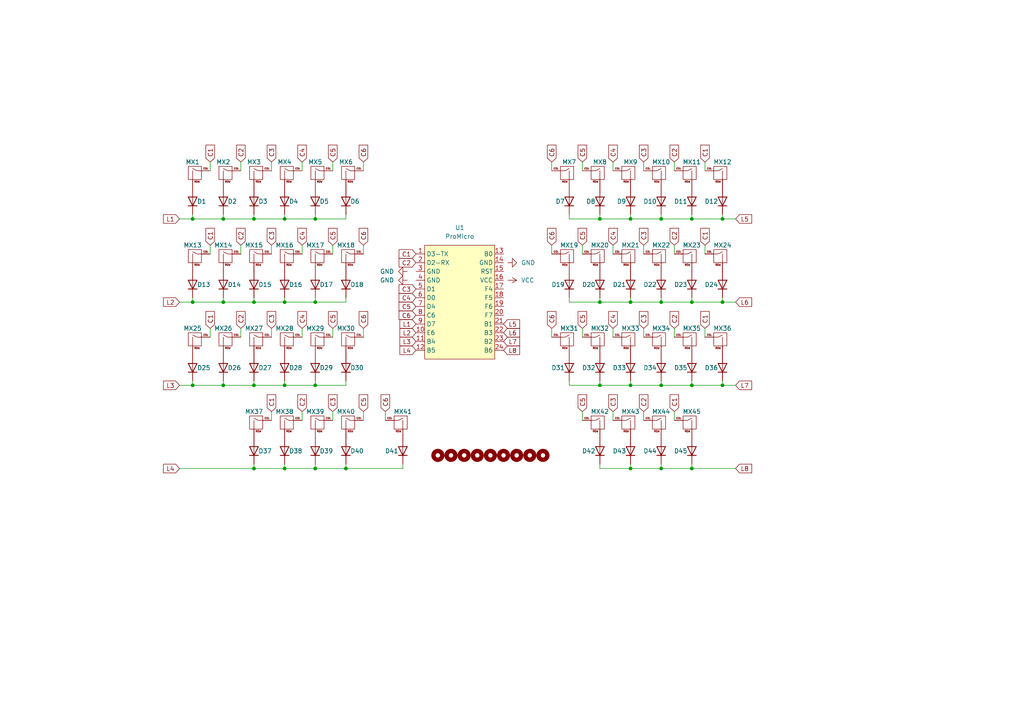
<source format=kicad_sch>
(kicad_sch (version 20230121) (generator eeschema)
  (paper "A4")
  (lib_symbols
    (symbol "Diode:1N4148" (pin_numbers hide) (pin_names hide)
      (property "Reference" "D" (at 0 2.54 0))
      (property "Value" "1N4148" (at 0 -2.54 0))
      (symbol "1N4148_0_1"
        (polyline (pts (xy -1.27 1.27) (xy -1.27 -1.27)) (stroke (width 0.254)))
        (polyline (pts (xy 1.27 0) (xy -1.27 0)))
        (polyline (pts (xy 1.27 1.27) (xy 1.27 -1.27) (xy -1.27 0) (xy 1.27 1.27)) (stroke (width 0.254)))
      )
      (symbol "1N4148_1_1"
        (pin passive line (at -3.81 0 0) (length 2.54) (name "K") (number "1"))
        (pin passive line (at 3.81 0 180) (length 2.54) (name "A") (number "2"))
      )
    )
    (symbol "Mechanical:MountingHole" (pin_names (offset 1.016))
      (property "Reference" "H" (at 0 5.08 0))
      (property "Value" "MountingHole" (at 0 3.175 0))
      (symbol "MountingHole_0_1"
        (circle (center 0 0) (radius 1.27) (stroke (width 1.27)))
      )
    )
    (symbol "PCM_0xcb:MX" (pin_names (offset 1.016))
      (property "Reference" "MX" (at -0.635 1.905 0))
      (property "Value" "MX" (at 0.635 0.635 0))
      (symbol "MX_1_0"
        (text "COL" (at 2.54 0.635 0) (effects (font (size 0.508 0.508))))
      )
      (symbol "MX_1_1"
        (polyline (pts (xy -1.27 -2.54) (xy -1.27 0)))
        (polyline (pts (xy 1.27 0) (xy 0 0) (xy -1.27 0.635)))
        (polyline (pts (xy -2.54 1.27) (xy 1.27 1.27) (xy 1.27 -2.54) (xy -2.54 -2.54) (xy -2.54 1.27)))
        (text "ROW" (at 0 -3.175 0) (effects (font (size 0.508 0.508))))
        (pin passive line (at 3.81 0 180) (length 2.54) (name "COL") (number "1"))
        (pin passive line (at -1.27 -5.08 90) (length 2.54) (name "ROW") (number "2"))
      )
    )
    (symbol "PCM_marbastlib-promicroish:Arduino_ProMicro" (in_bom no)
      (property "Reference" "U" (at 0 20.32 0))
      (property "Value" "ProMicro" (at 0 17.78 0))
      (symbol "Arduino_ProMicro_0_0"
        (pin bidirectional line (at -12.7 13.97 0) (length 2.54) (name "D3-TX") (number "1"))
        (pin bidirectional line (at -12.7 -8.89 0) (length 2.54) (name "E6") (number "10"))
        (pin bidirectional line (at -12.7 -11.43 0) (length 2.54) (name "B4") (number "11"))
        (pin bidirectional line (at -12.7 -13.97 0) (length 2.54) (name "B5") (number "12"))
        (pin power_out line (at 12.7 11.43 180) (length 2.54) (name "GND") (number "14"))
        (pin bidirectional line (at 12.7 8.89 180) (length 2.54) (name "RST") (number "15"))
        (pin bidirectional line (at 12.7 3.81 180) (length 2.54) (name "F4") (number "17"))
        (pin bidirectional line (at 12.7 1.27 180) (length 2.54) (name "F5") (number "18"))
        (pin bidirectional line (at 12.7 -1.27 180) (length 2.54) (name "F6") (number "19"))
        (pin bidirectional line (at -12.7 11.43 0) (length 2.54) (name "D2-RX") (number "2"))
        (pin bidirectional line (at 12.7 -3.81 180) (length 2.54) (name "F7") (number "20"))
        (pin bidirectional line (at 12.7 -6.35 180) (length 2.54) (name "B1") (number "21"))
        (pin bidirectional line (at 12.7 -8.89 180) (length 2.54) (name "B3") (number "22"))
        (pin bidirectional line (at 12.7 -11.43 180) (length 2.54) (name "B2") (number "23"))
        (pin bidirectional line (at 12.7 -13.97 180) (length 2.54) (name "B6") (number "24"))
        (pin power_out line (at -12.7 8.89 0) (length 2.54) (name "GND") (number "3"))
        (pin power_out line (at -12.7 6.35 0) (length 2.54) (name "GND") (number "4"))
        (pin bidirectional line (at -12.7 3.81 0) (length 2.54) (name "D1") (number "5"))
        (pin bidirectional line (at -12.7 1.27 0) (length 2.54) (name "D0") (number "6"))
        (pin bidirectional line (at -12.7 -1.27 0) (length 2.54) (name "D4") (number "7"))
        (pin bidirectional line (at -12.7 -3.81 0) (length 2.54) (name "C6") (number "8"))
        (pin bidirectional line (at -12.7 -6.35 0) (length 2.54) (name "D7") (number "9"))
      )
      (symbol "Arduino_ProMicro_1_0"
        (pin bidirectional line (at 12.7 13.97 180) (length 2.54) (name "B0") (number "13"))
        (pin power_out line (at 12.7 6.35 180) (length 2.54) (name "VCC") (number "16"))
      )
      (symbol "Arduino_ProMicro_1_1"
        (rectangle (start -10.16 16.51) (end 10.16 -16.51) (fill (type background)))
      )
    )
    (symbol "power:GND" (power) (pin_names (offset 0))
      (property "Value" "GND" (at 0 -3.81 0))
      (symbol "GND_0_1"
        (polyline (pts (xy 0 0) (xy 0 -1.27) (xy 1.27 -1.27) (xy 0 -2.54) (xy -1.27 -1.27) (xy 0 -1.27)))
      )
      (symbol "GND_1_1"
        (pin power_in line (at 0 0 270) (length 0) hide (name "GND") (number "1"))
      )
    )
    (symbol "power:VCC" (power) (pin_names (offset 0))
      (property "Value" "VCC" (at 0 3.81 0))
      (symbol "VCC_0_1"
        (polyline (pts (xy -0.762 1.27) (xy 0 2.54)))
        (polyline (pts (xy 0 0) (xy 0 2.54)))
        (polyline (pts (xy 0 2.54) (xy 0.762 1.27)))
      )
      (symbol "VCC_1_1"
        (pin power_in line (at 0 0 90) (length 0) hide (name "VCC") (number "1"))
      )
    )
  )
  (junction (at 82.55 111.76))
  (junction (at 191.77 87.63))
  (junction (at 82.55 63.5))
  (junction (at 73.66 111.76))
  (junction (at 82.55 87.63))
  (junction (at 200.66 63.5))
  (junction (at 73.66 87.63))
  (junction (at 91.44 135.89))
  (junction (at 191.77 111.76))
  (junction (at 191.77 135.89))
  (junction (at 55.88 111.76))
  (junction (at 73.66 63.5))
  (junction (at 64.77 111.76))
  (junction (at 200.66 87.63))
  (junction (at 64.77 87.63))
  (junction (at 73.66 135.89))
  (junction (at 91.44 111.76))
  (junction (at 82.55 135.89))
  (junction (at 200.66 135.89))
  (junction (at 182.88 135.89))
  (junction (at 91.44 63.5))
  (junction (at 173.99 111.76))
  (junction (at 173.99 63.5))
  (junction (at 209.55 63.5))
  (junction (at 64.77 63.5))
  (junction (at 100.33 135.89))
  (junction (at 182.88 63.5))
  (junction (at 182.88 87.63))
  (junction (at 182.88 111.76))
  (junction (at 191.77 63.5))
  (junction (at 209.55 111.76))
  (junction (at 55.88 63.5))
  (junction (at 55.88 87.63))
  (junction (at 91.44 87.63))
  (junction (at 209.55 87.63))
  (junction (at 200.66 111.76))
  (junction (at 173.99 87.63))
  (wire (pts (xy 200.66 87.63) (xy 191.77 87.63)))
  (wire (pts (xy 64.77 111.76) (xy 64.77 110.49)))
  (wire (pts (xy 96.52 46.99) (xy 96.52 49.53)))
  (wire (pts (xy 182.88 111.76) (xy 173.99 111.76)))
  (wire (pts (xy 91.44 87.63) (xy 91.44 86.36)))
  (wire (pts (xy 186.69 119.38) (xy 186.69 121.92)))
  (wire (pts (xy 177.8 119.38) (xy 177.8 121.92)))
  (wire (pts (xy 200.66 63.5) (xy 200.66 62.23)))
  (wire (pts (xy 173.99 63.5) (xy 165.1 63.5)))
  (wire (pts (xy 191.77 135.89) (xy 182.88 135.89)))
  (wire (pts (xy 100.33 111.76) (xy 100.33 110.49)))
  (wire (pts (xy 168.91 46.99) (xy 168.91 49.53)))
  (wire (pts (xy 209.55 63.5) (xy 200.66 63.5)))
  (wire (pts (xy 209.55 111.76) (xy 200.66 111.76)))
  (wire (pts (xy 177.8 46.99) (xy 177.8 49.53)))
  (wire (pts (xy 52.07 63.5) (xy 55.88 63.5)))
  (wire (pts (xy 195.58 95.25) (xy 195.58 97.79)))
  (wire (pts (xy 78.74 119.38) (xy 78.74 121.92)))
  (wire (pts (xy 195.58 46.99) (xy 195.58 49.53)))
  (wire (pts (xy 173.99 87.63) (xy 173.99 86.36)))
  (wire (pts (xy 55.88 111.76) (xy 55.88 110.49)))
  (wire (pts (xy 191.77 63.5) (xy 191.77 62.23)))
  (wire (pts (xy 82.55 111.76) (xy 91.44 111.76)))
  (wire (pts (xy 91.44 135.89) (xy 91.44 134.62)))
  (wire (pts (xy 55.88 87.63) (xy 55.88 86.36)))
  (wire (pts (xy 105.41 71.12) (xy 105.41 73.66)))
  (wire (pts (xy 78.74 95.25) (xy 78.74 97.79)))
  (wire (pts (xy 60.96 46.99) (xy 60.96 49.53)))
  (wire (pts (xy 191.77 87.63) (xy 191.77 86.36)))
  (wire (pts (xy 55.88 63.5) (xy 64.77 63.5)))
  (wire (pts (xy 73.66 87.63) (xy 82.55 87.63)))
  (wire (pts (xy 191.77 111.76) (xy 182.88 111.76)))
  (wire (pts (xy 82.55 63.5) (xy 82.55 62.23)))
  (wire (pts (xy 100.33 135.89) (xy 116.84 135.89)))
  (wire (pts (xy 82.55 135.89) (xy 91.44 135.89)))
  (wire (pts (xy 168.91 95.25) (xy 168.91 97.79)))
  (wire (pts (xy 69.85 71.12) (xy 69.85 73.66)))
  (wire (pts (xy 177.8 95.25) (xy 177.8 97.79)))
  (wire (pts (xy 55.88 63.5) (xy 55.88 62.23)))
  (wire (pts (xy 182.88 63.5) (xy 173.99 63.5)))
  (wire (pts (xy 78.74 71.12) (xy 78.74 73.66)))
  (wire (pts (xy 87.63 119.38) (xy 87.63 121.92)))
  (wire (pts (xy 73.66 63.5) (xy 82.55 63.5)))
  (wire (pts (xy 91.44 135.89) (xy 100.33 135.89)))
  (wire (pts (xy 195.58 71.12) (xy 195.58 73.66)))
  (wire (pts (xy 200.66 63.5) (xy 191.77 63.5)))
  (wire (pts (xy 64.77 87.63) (xy 64.77 86.36)))
  (wire (pts (xy 182.88 111.76) (xy 182.88 110.49)))
  (wire (pts (xy 173.99 111.76) (xy 173.99 110.49)))
  (wire (pts (xy 200.66 135.89) (xy 213.36 135.89)))
  (wire (pts (xy 73.66 87.63) (xy 73.66 86.36)))
  (wire (pts (xy 105.41 119.38) (xy 105.41 121.92)))
  (wire (pts (xy 204.47 46.99) (xy 204.47 49.53)))
  (wire (pts (xy 78.74 46.99) (xy 78.74 49.53)))
  (wire (pts (xy 173.99 135.89) (xy 173.99 134.62)))
  (wire (pts (xy 182.88 63.5) (xy 182.88 62.23)))
  (wire (pts (xy 209.55 63.5) (xy 209.55 62.23)))
  (wire (pts (xy 182.88 87.63) (xy 182.88 86.36)))
  (wire (pts (xy 60.96 95.25) (xy 60.96 97.79)))
  (wire (pts (xy 52.07 111.76) (xy 55.88 111.76)))
  (wire (pts (xy 64.77 63.5) (xy 64.77 62.23)))
  (wire (pts (xy 52.07 87.63) (xy 55.88 87.63)))
  (wire (pts (xy 160.02 95.25) (xy 160.02 97.79)))
  (wire (pts (xy 91.44 63.5) (xy 100.33 63.5)))
  (wire (pts (xy 182.88 135.89) (xy 182.88 134.62)))
  (wire (pts (xy 64.77 111.76) (xy 73.66 111.76)))
  (wire (pts (xy 173.99 87.63) (xy 165.1 87.63)))
  (wire (pts (xy 191.77 135.89) (xy 191.77 134.62)))
  (wire (pts (xy 160.02 46.99) (xy 160.02 49.53)))
  (wire (pts (xy 52.07 135.89) (xy 73.66 135.89)))
  (wire (pts (xy 213.36 111.76) (xy 209.55 111.76)))
  (wire (pts (xy 91.44 111.76) (xy 91.44 110.49)))
  (wire (pts (xy 209.55 87.63) (xy 200.66 87.63)))
  (wire (pts (xy 87.63 95.25) (xy 87.63 97.79)))
  (wire (pts (xy 165.1 111.76) (xy 165.1 110.49)))
  (wire (pts (xy 173.99 111.76) (xy 165.1 111.76)))
  (wire (pts (xy 105.41 46.99) (xy 105.41 49.53)))
  (wire (pts (xy 87.63 71.12) (xy 87.63 73.66)))
  (wire (pts (xy 186.69 71.12) (xy 186.69 73.66)))
  (wire (pts (xy 55.88 87.63) (xy 64.77 87.63)))
  (wire (pts (xy 191.77 111.76) (xy 191.77 110.49)))
  (wire (pts (xy 165.1 63.5) (xy 165.1 62.23)))
  (wire (pts (xy 100.33 63.5) (xy 100.33 62.23)))
  (wire (pts (xy 209.55 87.63) (xy 209.55 86.36)))
  (wire (pts (xy 82.55 87.63) (xy 82.55 86.36)))
  (wire (pts (xy 73.66 63.5) (xy 73.66 62.23)))
  (wire (pts (xy 200.66 87.63) (xy 200.66 86.36)))
  (wire (pts (xy 186.69 95.25) (xy 186.69 97.79)))
  (wire (pts (xy 168.91 71.12) (xy 168.91 73.66)))
  (wire (pts (xy 82.55 135.89) (xy 82.55 134.62)))
  (wire (pts (xy 87.63 46.99) (xy 87.63 49.53)))
  (wire (pts (xy 100.33 135.89) (xy 100.33 134.62)))
  (wire (pts (xy 100.33 87.63) (xy 100.33 86.36)))
  (wire (pts (xy 91.44 87.63) (xy 100.33 87.63)))
  (wire (pts (xy 204.47 71.12) (xy 204.47 73.66)))
  (wire (pts (xy 73.66 111.76) (xy 73.66 110.49)))
  (wire (pts (xy 160.02 71.12) (xy 160.02 73.66)))
  (wire (pts (xy 82.55 63.5) (xy 91.44 63.5)))
  (wire (pts (xy 64.77 87.63) (xy 73.66 87.63)))
  (wire (pts (xy 69.85 46.99) (xy 69.85 49.53)))
  (wire (pts (xy 82.55 87.63) (xy 91.44 87.63)))
  (wire (pts (xy 177.8 71.12) (xy 177.8 73.66)))
  (wire (pts (xy 191.77 63.5) (xy 182.88 63.5)))
  (wire (pts (xy 60.96 71.12) (xy 60.96 73.66)))
  (wire (pts (xy 96.52 71.12) (xy 96.52 73.66)))
  (wire (pts (xy 64.77 63.5) (xy 73.66 63.5)))
  (wire (pts (xy 73.66 135.89) (xy 73.66 134.62)))
  (wire (pts (xy 168.91 119.38) (xy 168.91 121.92)))
  (wire (pts (xy 91.44 63.5) (xy 91.44 62.23)))
  (wire (pts (xy 195.58 119.38) (xy 195.58 121.92)))
  (wire (pts (xy 105.41 95.25) (xy 105.41 97.79)))
  (wire (pts (xy 200.66 135.89) (xy 200.66 134.62)))
  (wire (pts (xy 213.36 63.5) (xy 209.55 63.5)))
  (wire (pts (xy 111.76 119.38) (xy 111.76 121.92)))
  (wire (pts (xy 182.88 135.89) (xy 173.99 135.89)))
  (wire (pts (xy 200.66 135.89) (xy 191.77 135.89)))
  (wire (pts (xy 116.84 135.89) (xy 116.84 134.62)))
  (wire (pts (xy 200.66 111.76) (xy 200.66 110.49)))
  (wire (pts (xy 186.69 46.99) (xy 186.69 49.53)))
  (wire (pts (xy 165.1 87.63) (xy 165.1 86.36)))
  (wire (pts (xy 213.36 87.63) (xy 209.55 87.63)))
  (wire (pts (xy 73.66 135.89) (xy 82.55 135.89)))
  (wire (pts (xy 96.52 119.38) (xy 96.52 121.92)))
  (wire (pts (xy 69.85 95.25) (xy 69.85 97.79)))
  (wire (pts (xy 200.66 111.76) (xy 191.77 111.76)))
  (wire (pts (xy 96.52 95.25) (xy 96.52 97.79)))
  (wire (pts (xy 82.55 111.76) (xy 82.55 110.49)))
  (wire (pts (xy 191.77 87.63) (xy 182.88 87.63)))
  (wire (pts (xy 182.88 87.63) (xy 173.99 87.63)))
  (wire (pts (xy 55.88 111.76) (xy 64.77 111.76)))
  (wire (pts (xy 209.55 111.76) (xy 209.55 110.49)))
  (wire (pts (xy 204.47 95.25) (xy 204.47 97.79)))
  (wire (pts (xy 73.66 111.76) (xy 82.55 111.76)))
  (wire (pts (xy 173.99 63.5) (xy 173.99 62.23)))
  (wire (pts (xy 91.44 111.76) (xy 100.33 111.76)))
  (global_label "C2" (shape input) (at 195.58 46.99 90) (property "Intersheetrefs" "${INTERSHEET_REFS}" (effects hide)))
  (global_label "C1" (shape input) (at 120.65 73.66 180) (property "Intersheetrefs" "${INTERSHEET_REFS}" (effects hide)))
  (global_label "C5" (shape input) (at 96.52 46.99 90) (property "Intersheetrefs" "${INTERSHEET_REFS}" (effects hide)))
  (global_label "C6" (shape input) (at 105.41 71.12 90) (property "Intersheetrefs" "${INTERSHEET_REFS}" (effects hide)))
  (global_label "C2" (shape input) (at 69.85 95.25 90) (property "Intersheetrefs" "${INTERSHEET_REFS}" (effects hide)))
  (global_label "L1" (shape input) (at 120.65 93.98 180) (property "Intersheetrefs" "${INTERSHEET_REFS}" (effects hide)))
  (global_label "C6" (shape input) (at 105.41 46.99 90) (property "Intersheetrefs" "${INTERSHEET_REFS}" (effects hide)))
  (global_label "C1" (shape input) (at 60.96 46.99 90) (property "Intersheetrefs" "${INTERSHEET_REFS}" (effects hide)))
  (global_label "L7" (shape input) (at 146.05 99.06 0) (property "Intersheetrefs" "${INTERSHEET_REFS}" (effects hide)))
  (global_label "C1" (shape input) (at 195.58 119.38 90) (property "Intersheetrefs" "${INTERSHEET_REFS}" (effects hide)))
  (global_label "C3" (shape input) (at 186.69 46.99 90) (property "Intersheetrefs" "${INTERSHEET_REFS}" (effects hide)))
  (global_label "C5" (shape input) (at 120.65 88.9 180) (property "Intersheetrefs" "${INTERSHEET_REFS}" (effects hide)))
  (global_label "C3" (shape input) (at 186.69 71.12 90) (property "Intersheetrefs" "${INTERSHEET_REFS}" (effects hide)))
  (global_label "C1" (shape input) (at 204.47 95.25 90) (property "Intersheetrefs" "${INTERSHEET_REFS}" (effects hide)))
  (global_label "C4" (shape input) (at 87.63 95.25 90) (property "Intersheetrefs" "${INTERSHEET_REFS}" (effects hide)))
  (global_label "C2" (shape input) (at 87.63 119.38 90) (property "Intersheetrefs" "${INTERSHEET_REFS}" (effects hide)))
  (global_label "C2" (shape input) (at 69.85 46.99 90) (property "Intersheetrefs" "${INTERSHEET_REFS}" (effects hide)))
  (global_label "C3" (shape input) (at 78.74 71.12 90) (property "Intersheetrefs" "${INTERSHEET_REFS}" (effects hide)))
  (global_label "L4" (shape input) (at 120.65 101.6 180) (property "Intersheetrefs" "${INTERSHEET_REFS}" (effects hide)))
  (global_label "L2" (shape input) (at 52.07 87.63 180) (property "Intersheetrefs" "${INTERSHEET_REFS}" (effects hide)))
  (global_label "L3" (shape input) (at 120.65 99.06 180) (property "Intersheetrefs" "${INTERSHEET_REFS}" (effects hide)))
  (global_label "C2" (shape input) (at 120.65 76.2 180) (property "Intersheetrefs" "${INTERSHEET_REFS}" (effects hide)))
  (global_label "C5" (shape input) (at 168.91 71.12 90) (property "Intersheetrefs" "${INTERSHEET_REFS}" (effects hide)))
  (global_label "L6" (shape input) (at 146.05 96.52 0) (property "Intersheetrefs" "${INTERSHEET_REFS}" (effects hide)))
  (global_label "C4" (shape input) (at 87.63 71.12 90) (property "Intersheetrefs" "${INTERSHEET_REFS}" (effects hide)))
  (global_label "C3" (shape input) (at 120.65 83.82 180) (property "Intersheetrefs" "${INTERSHEET_REFS}" (effects hide)))
  (global_label "L3" (shape input) (at 52.07 111.76 180) (property "Intersheetrefs" "${INTERSHEET_REFS}" (effects hide)))
  (global_label "C1" (shape input) (at 78.74 119.38 90) (property "Intersheetrefs" "${INTERSHEET_REFS}" (effects hide)))
  (global_label "L5" (shape input) (at 213.36 63.5 0) (property "Intersheetrefs" "${INTERSHEET_REFS}" (effects hide)))
  (global_label "C5" (shape input) (at 96.52 71.12 90) (property "Intersheetrefs" "${INTERSHEET_REFS}" (effects hide)))
  (global_label "C5" (shape input) (at 168.91 95.25 90) (property "Intersheetrefs" "${INTERSHEET_REFS}" (effects hide)))
  (global_label "C4" (shape input) (at 120.65 86.36 180) (property "Intersheetrefs" "${INTERSHEET_REFS}" (effects hide)))
  (global_label "C3" (shape input) (at 177.8 119.38 90) (property "Intersheetrefs" "${INTERSHEET_REFS}" (effects hide)))
  (global_label "C1" (shape input) (at 60.96 71.12 90) (property "Intersheetrefs" "${INTERSHEET_REFS}" (effects hide)))
  (global_label "C6" (shape input) (at 160.02 46.99 90) (property "Intersheetrefs" "${INTERSHEET_REFS}" (effects hide)))
  (global_label "C5" (shape input) (at 168.91 119.38 90) (property "Intersheetrefs" "${INTERSHEET_REFS}" (effects hide)))
  (global_label "C3" (shape input) (at 78.74 46.99 90) (property "Intersheetrefs" "${INTERSHEET_REFS}" (effects hide)))
  (global_label "C6" (shape input) (at 105.41 95.25 90) (property "Intersheetrefs" "${INTERSHEET_REFS}" (effects hide)))
  (global_label "C4" (shape input) (at 87.63 46.99 90) (property "Intersheetrefs" "${INTERSHEET_REFS}" (effects hide)))
  (global_label "L5" (shape input) (at 146.05 93.98 0) (property "Intersheetrefs" "${INTERSHEET_REFS}" (effects hide)))
  (global_label "C1" (shape input) (at 204.47 46.99 90) (property "Intersheetrefs" "${INTERSHEET_REFS}" (effects hide)))
  (global_label "C3" (shape input) (at 186.69 95.25 90) (property "Intersheetrefs" "${INTERSHEET_REFS}" (effects hide)))
  (global_label "L8" (shape input) (at 146.05 101.6 0) (property "Intersheetrefs" "${INTERSHEET_REFS}" (effects hide)))
  (global_label "L7" (shape input) (at 213.36 111.76 0) (property "Intersheetrefs" "${INTERSHEET_REFS}" (effects hide)))
  (global_label "C3" (shape input) (at 96.52 119.38 90) (property "Intersheetrefs" "${INTERSHEET_REFS}" (effects hide)))
  (global_label "L1" (shape input) (at 52.07 63.5 180) (property "Intersheetrefs" "${INTERSHEET_REFS}" (effects hide)))
  (global_label "C4" (shape input) (at 177.8 71.12 90) (property "Intersheetrefs" "${INTERSHEET_REFS}" (effects hide)))
  (global_label "C6" (shape input) (at 120.65 91.44 180) (property "Intersheetrefs" "${INTERSHEET_REFS}" (effects hide)))
  (global_label "C5" (shape input) (at 96.52 95.25 90) (property "Intersheetrefs" "${INTERSHEET_REFS}" (effects hide)))
  (global_label "C1" (shape input) (at 60.96 95.25 90) (property "Intersheetrefs" "${INTERSHEET_REFS}" (effects hide)))
  (global_label "L6" (shape input) (at 213.36 87.63 0) (property "Intersheetrefs" "${INTERSHEET_REFS}" (effects hide)))
  (global_label "C6" (shape input) (at 160.02 71.12 90) (property "Intersheetrefs" "${INTERSHEET_REFS}" (effects hide)))
  (global_label "C3" (shape input) (at 78.74 95.25 90) (property "Intersheetrefs" "${INTERSHEET_REFS}" (effects hide)))
  (global_label "C2" (shape input) (at 69.85 71.12 90) (property "Intersheetrefs" "${INTERSHEET_REFS}" (effects hide)))
  (global_label "L4" (shape input) (at 52.07 135.89 180) (property "Intersheetrefs" "${INTERSHEET_REFS}" (effects hide)))
  (global_label "L8" (shape input) (at 213.36 135.89 0) (property "Intersheetrefs" "${INTERSHEET_REFS}" (effects hide)))
  (global_label "C4" (shape input) (at 177.8 46.99 90) (property "Intersheetrefs" "${INTERSHEET_REFS}" (effects hide)))
  (global_label "C6" (shape input) (at 160.02 95.25 90) (property "Intersheetrefs" "${INTERSHEET_REFS}" (effects hide)))
  (global_label "C5" (shape input) (at 168.91 46.99 90) (property "Intersheetrefs" "${INTERSHEET_REFS}" (effects hide)))
  (global_label "C2" (shape input) (at 195.58 71.12 90) (property "Intersheetrefs" "${INTERSHEET_REFS}" (effects hide)))
  (global_label "C6" (shape input) (at 111.76 119.38 90) (property "Intersheetrefs" "${INTERSHEET_REFS}" (effects hide)))
  (global_label "C5" (shape input) (at 105.41 119.38 90) (property "Intersheetrefs" "${INTERSHEET_REFS}" (effects hide)))
  (global_label "C2" (shape input) (at 186.69 119.38 90) (property "Intersheetrefs" "${INTERSHEET_REFS}" (effects hide)))
  (global_label "C4" (shape input) (at 177.8 95.25 90) (property "Intersheetrefs" "${INTERSHEET_REFS}" (effects hide)))
  (global_label "L2" (shape input) (at 120.65 96.52 180) (property "Intersheetrefs" "${INTERSHEET_REFS}" (effects hide)))
  (global_label "C1" (shape input) (at 204.47 71.12 90) (property "Intersheetrefs" "${INTERSHEET_REFS}" (effects hide)))
  (global_label "C2" (shape input) (at 195.58 95.25 90) (property "Intersheetrefs" "${INTERSHEET_REFS}" (effects hide)))
  (symbol (lib_id "Diode:1N4148") (at 165.1 106.68 270) (mirror x) (unit 1)
    (property "Reference" "D31" (at 163.83 106.68 90) (effects (justify right)))
    (property "Value" "1N4148" (effects hide))
    (property "Footprint" "Diode_THT:D_DO-35_SOD27_P7.62mm_Horizontal" (effects hide))
    (property "Datasheet" "https://assets.nexperia.com/documents/data-sheet/1N4148_1N4448.pdf" (effects hide))
    (property "Sim.Device" "D" (effects hide))
    (property "Sim.Pins" "1=K 2=A" (effects hide))
  )
  (symbol (lib_id "Mechanical:MountingHole") (at 130.81 132.08 0) (unit 1)
    (property "Reference" "H2" (effects hide))
    (property "Value" "MountingHole" (effects hide))
    (property "Footprint" "MountingHole:MountingHole_2.2mm_M2" (effects hide))
  )
  (symbol (lib_id "power:GND") (at 118.11 78.74 270) (unit 1)
    (property "Reference" "#PWR03" (effects hide))
    (property "Value" "GND" (at 114.3 78.74 90) (effects (justify right)))
  )
  (symbol (lib_id "PCM_0xcb:MX") (at 92.71 49.53 0) (unit 1)
    (property "Reference" "MX5" (at 91.44 46.99 0))
    (property "Value" "MX" (effects hide))
    (property "Footprint" "_mx:MX-Alps-Hybrid-1U" (effects hide))
  )
  (symbol (lib_id "Diode:1N4148") (at 200.66 106.68 270) (mirror x) (unit 1)
    (property "Reference" "D35" (at 199.39 106.68 90) (effects (justify right)))
    (property "Value" "1N4148" (effects hide))
    (property "Footprint" "Diode_THT:D_DO-35_SOD27_P7.62mm_Horizontal" (effects hide))
    (property "Datasheet" "https://assets.nexperia.com/documents/data-sheet/1N4148_1N4448.pdf" (effects hide))
    (property "Sim.Device" "D" (effects hide))
    (property "Sim.Pins" "1=K 2=A" (effects hide))
  )
  (symbol (lib_id "Diode:1N4148") (at 100.33 58.42 90) (unit 1)
    (property "Reference" "D6" (at 101.6 58.42 90) (effects (justify right)))
    (property "Value" "1N4148" (effects hide))
    (property "Footprint" "Diode_THT:D_DO-35_SOD27_P7.62mm_Horizontal" (effects hide))
    (property "Datasheet" "https://assets.nexperia.com/documents/data-sheet/1N4148_1N4448.pdf" (effects hide))
    (property "Sim.Device" "D" (effects hide))
    (property "Sim.Pins" "1=K 2=A" (effects hide))
  )
  (symbol (lib_id "Diode:1N4148") (at 182.88 130.81 270) (mirror x) (unit 1)
    (property "Reference" "D43" (at 181.61 130.81 90) (effects (justify right)))
    (property "Value" "1N4148" (effects hide))
    (property "Footprint" "Diode_THT:D_DO-35_SOD27_P7.62mm_Horizontal" (effects hide))
    (property "Datasheet" "https://assets.nexperia.com/documents/data-sheet/1N4148_1N4448.pdf" (effects hide))
    (property "Sim.Device" "D" (effects hide))
    (property "Sim.Pins" "1=K 2=A" (effects hide))
  )
  (symbol (lib_id "Diode:1N4148") (at 200.66 130.81 270) (mirror x) (unit 1)
    (property "Reference" "D45" (at 199.39 130.81 90) (effects (justify right)))
    (property "Value" "1N4148" (effects hide))
    (property "Footprint" "Diode_THT:D_DO-35_SOD27_P7.62mm_Horizontal" (effects hide))
    (property "Datasheet" "https://assets.nexperia.com/documents/data-sheet/1N4148_1N4448.pdf" (effects hide))
    (property "Sim.Device" "D" (effects hide))
    (property "Sim.Pins" "1=K 2=A" (effects hide))
  )
  (symbol (lib_id "Diode:1N4148") (at 173.99 130.81 270) (mirror x) (unit 1)
    (property "Reference" "D42" (at 172.72 130.81 90) (effects (justify right)))
    (property "Value" "1N4148" (effects hide))
    (property "Footprint" "Diode_THT:D_DO-35_SOD27_P7.62mm_Horizontal" (effects hide))
    (property "Datasheet" "https://assets.nexperia.com/documents/data-sheet/1N4148_1N4448.pdf" (effects hide))
    (property "Sim.Device" "D" (effects hide))
    (property "Sim.Pins" "1=K 2=A" (effects hide))
  )
  (symbol (lib_id "PCM_0xcb:MX") (at 181.61 97.79 0) (mirror y) (unit 1)
    (property "Reference" "MX33" (at 182.88 95.25 0))
    (property "Value" "MX" (effects hide))
    (property "Footprint" "_mx:MX-Alps-Hybrid-1U" (effects hide))
  )
  (symbol (lib_id "PCM_0xcb:MX") (at 181.61 49.53 0) (mirror y) (unit 1)
    (property "Reference" "MX9" (at 182.88 46.99 0))
    (property "Value" "MX" (effects hide))
    (property "Footprint" "_mx:MX-Alps-Hybrid-1U" (effects hide))
  )
  (symbol (lib_id "PCM_0xcb:MX") (at 83.82 97.79 0) (unit 1)
    (property "Reference" "MX28" (at 82.55 95.25 0))
    (property "Value" "MX" (effects hide))
    (property "Footprint" "_mx:MX-Alps-Hybrid-1U" (effects hide))
  )
  (symbol (lib_id "Diode:1N4148") (at 64.77 58.42 90) (unit 1)
    (property "Reference" "D2" (at 66.04 58.42 90) (effects (justify right)))
    (property "Value" "1N4148" (effects hide))
    (property "Footprint" "Diode_THT:D_DO-35_SOD27_P7.62mm_Horizontal" (effects hide))
    (property "Datasheet" "https://assets.nexperia.com/documents/data-sheet/1N4148_1N4448.pdf" (effects hide))
    (property "Sim.Device" "D" (effects hide))
    (property "Sim.Pins" "1=K 2=A" (effects hide))
  )
  (symbol (lib_id "PCM_0xcb:MX") (at 74.93 73.66 0) (unit 1)
    (property "Reference" "MX15" (at 73.66 71.12 0))
    (property "Value" "MX" (effects hide))
    (property "Footprint" "_mx:MX-Alps-Hybrid-1U" (effects hide))
  )
  (symbol (lib_id "PCM_0xcb:MX") (at 163.83 73.66 0) (mirror y) (unit 1)
    (property "Reference" "MX19" (at 165.1 71.12 0))
    (property "Value" "MX" (effects hide))
    (property "Footprint" "_mx:MX-Alps-Hybrid-1U" (effects hide))
  )
  (symbol (lib_id "PCM_0xcb:MX") (at 66.04 49.53 0) (unit 1)
    (property "Reference" "MX2" (at 64.77 46.99 0))
    (property "Value" "MX" (effects hide))
    (property "Footprint" "_mx:MX-Alps-Hybrid-1U" (effects hide))
  )
  (symbol (lib_id "PCM_0xcb:MX") (at 57.15 73.66 0) (unit 1)
    (property "Reference" "MX13" (at 55.88 71.12 0))
    (property "Value" "MX" (effects hide))
    (property "Footprint" "_mx:MX-Alps-Hybrid-1.25U" (effects hide))
  )
  (symbol (lib_id "Diode:1N4148") (at 173.99 106.68 270) (mirror x) (unit 1)
    (property "Reference" "D32" (at 172.72 106.68 90) (effects (justify right)))
    (property "Value" "1N4148" (effects hide))
    (property "Footprint" "Diode_THT:D_DO-35_SOD27_P7.62mm_Horizontal" (effects hide))
    (property "Datasheet" "https://assets.nexperia.com/documents/data-sheet/1N4148_1N4448.pdf" (effects hide))
    (property "Sim.Device" "D" (effects hide))
    (property "Sim.Pins" "1=K 2=A" (effects hide))
  )
  (symbol (lib_id "Diode:1N4148") (at 82.55 106.68 90) (unit 1)
    (property "Reference" "D28" (at 83.82 106.68 90) (effects (justify right)))
    (property "Value" "1N4148" (effects hide))
    (property "Footprint" "Diode_THT:D_DO-35_SOD27_P7.62mm_Horizontal" (effects hide))
    (property "Datasheet" "https://assets.nexperia.com/documents/data-sheet/1N4148_1N4448.pdf" (effects hide))
    (property "Sim.Device" "D" (effects hide))
    (property "Sim.Pins" "1=K 2=A" (effects hide))
  )
  (symbol (lib_id "Diode:1N4148") (at 82.55 82.55 90) (unit 1)
    (property "Reference" "D16" (at 83.82 82.55 90) (effects (justify right)))
    (property "Value" "1N4148" (effects hide))
    (property "Footprint" "Diode_THT:D_DO-35_SOD27_P7.62mm_Horizontal" (effects hide))
    (property "Datasheet" "https://assets.nexperia.com/documents/data-sheet/1N4148_1N4448.pdf" (effects hide))
    (property "Sim.Device" "D" (effects hide))
    (property "Sim.Pins" "1=K 2=A" (effects hide))
  )
  (symbol (lib_id "PCM_0xcb:MX") (at 57.15 49.53 0) (unit 1)
    (property "Reference" "MX1" (at 55.88 46.99 0))
    (property "Value" "MX" (effects hide))
    (property "Footprint" "_mx:MX-Alps-Hybrid-1U" (effects hide))
  )
  (symbol (lib_id "Diode:1N4148") (at 73.66 58.42 90) (unit 1)
    (property "Reference" "D3" (at 74.93 58.42 90) (effects (justify right)))
    (property "Value" "1N4148" (effects hide))
    (property "Footprint" "Diode_THT:D_DO-35_SOD27_P7.62mm_Horizontal" (effects hide))
    (property "Datasheet" "https://assets.nexperia.com/documents/data-sheet/1N4148_1N4448.pdf" (effects hide))
    (property "Sim.Device" "D" (effects hide))
    (property "Sim.Pins" "1=K 2=A" (effects hide))
  )
  (symbol (lib_id "PCM_0xcb:MX") (at 208.28 97.79 0) (mirror y) (unit 1)
    (property "Reference" "MX36" (at 209.55 95.25 0))
    (property "Value" "MX" (effects hide))
    (property "Footprint" "_mx:MX-Alps-Hybrid-1.25U" (effects hide))
  )
  (symbol (lib_id "PCM_0xcb:MX") (at 172.72 97.79 0) (mirror y) (unit 1)
    (property "Reference" "MX32" (at 173.99 95.25 0))
    (property "Value" "MX" (effects hide))
    (property "Footprint" "_mx:MX-Alps-Hybrid-1U" (effects hide))
  )
  (symbol (lib_id "Mechanical:MountingHole") (at 127 132.08 0) (unit 1)
    (property "Reference" "H1" (effects hide))
    (property "Value" "MountingHole" (effects hide))
    (property "Footprint" "MountingHole:MountingHole_2.2mm_M2" (effects hide))
  )
  (symbol (lib_id "PCM_0xcb:MX") (at 199.39 73.66 0) (mirror y) (unit 1)
    (property "Reference" "MX23" (at 200.66 71.12 0))
    (property "Value" "MX" (effects hide))
    (property "Footprint" "_mx:MX-Alps-Hybrid-1U" (effects hide))
  )
  (symbol (lib_id "PCM_0xcb:MX") (at 101.6 97.79 0) (unit 1)
    (property "Reference" "MX30" (at 100.33 95.25 0))
    (property "Value" "MX" (effects hide))
    (property "Footprint" "_mx:MX-Alps-Hybrid-1U" (effects hide))
  )
  (symbol (lib_id "Mechanical:MountingHole") (at 142.24 132.08 0) (unit 1)
    (property "Reference" "H5" (effects hide))
    (property "Value" "MountingHole" (effects hide))
    (property "Footprint" "MountingHole:MountingHole_2.2mm_M2" (effects hide))
  )
  (symbol (lib_id "Diode:1N4148") (at 91.44 130.81 90) (unit 1)
    (property "Reference" "D39" (at 92.71 130.81 90) (effects (justify right)))
    (property "Value" "1N4148" (effects hide))
    (property "Footprint" "Diode_THT:D_DO-35_SOD27_P7.62mm_Horizontal" (effects hide))
    (property "Datasheet" "https://assets.nexperia.com/documents/data-sheet/1N4148_1N4448.pdf" (effects hide))
    (property "Sim.Device" "D" (effects hide))
    (property "Sim.Pins" "1=K 2=A" (effects hide))
  )
  (symbol (lib_id "Diode:1N4148") (at 191.77 58.42 270) (mirror x) (unit 1)
    (property "Reference" "D10" (at 190.5 58.42 90) (effects (justify right)))
    (property "Value" "1N4148" (effects hide))
    (property "Footprint" "Diode_THT:D_DO-35_SOD27_P7.62mm_Horizontal" (effects hide))
    (property "Datasheet" "https://assets.nexperia.com/documents/data-sheet/1N4148_1N4448.pdf" (effects hide))
    (property "Sim.Device" "D" (effects hide))
    (property "Sim.Pins" "1=K 2=A" (effects hide))
  )
  (symbol (lib_id "Diode:1N4148") (at 200.66 82.55 270) (mirror x) (unit 1)
    (property "Reference" "D23" (at 199.39 82.55 90) (effects (justify right)))
    (property "Value" "1N4148" (effects hide))
    (property "Footprint" "Diode_THT:D_DO-35_SOD27_P7.62mm_Horizontal" (effects hide))
    (property "Datasheet" "https://assets.nexperia.com/documents/data-sheet/1N4148_1N4448.pdf" (effects hide))
    (property "Sim.Device" "D" (effects hide))
    (property "Sim.Pins" "1=K 2=A" (effects hide))
  )
  (symbol (lib_id "Diode:1N4148") (at 209.55 106.68 270) (mirror x) (unit 1)
    (property "Reference" "D36" (at 208.28 106.68 90) (effects (justify right)))
    (property "Value" "1N4148" (effects hide))
    (property "Footprint" "Diode_THT:D_DO-35_SOD27_P7.62mm_Horizontal" (effects hide))
    (property "Datasheet" "https://assets.nexperia.com/documents/data-sheet/1N4148_1N4448.pdf" (effects hide))
    (property "Sim.Device" "D" (effects hide))
    (property "Sim.Pins" "1=K 2=A" (effects hide))
  )
  (symbol (lib_id "power:GND") (at 147.32 76.2 90) (unit 1)
    (property "Reference" "#PWR02" (effects hide))
    (property "Value" "GND" (at 151.13 76.2 90) (effects (justify right)))
  )
  (symbol (lib_id "PCM_0xcb:MX") (at 101.6 121.92 0) (unit 1)
    (property "Reference" "MX40" (at 100.33 119.38 0))
    (property "Value" "MX" (effects hide))
    (property "Footprint" "_mx:MX-Alps-Hybrid-1.5U" (effects hide))
  )
  (symbol (lib_id "PCM_0xcb:MX") (at 83.82 73.66 0) (unit 1)
    (property "Reference" "MX16" (at 82.55 71.12 0))
    (property "Value" "MX" (effects hide))
    (property "Footprint" "_mx:MX-Alps-Hybrid-1U" (effects hide))
  )
  (symbol (lib_id "PCM_0xcb:MX") (at 163.83 49.53 0) (mirror y) (unit 1)
    (property "Reference" "MX7" (at 165.1 46.99 0))
    (property "Value" "MX" (effects hide))
    (property "Footprint" "_mx:MX-Alps-Hybrid-1U" (effects hide))
  )
  (symbol (lib_id "Diode:1N4148") (at 191.77 130.81 270) (mirror x) (unit 1)
    (property "Reference" "D44" (at 190.5 130.81 90) (effects (justify right)))
    (property "Value" "1N4148" (effects hide))
    (property "Footprint" "Diode_THT:D_DO-35_SOD27_P7.62mm_Horizontal" (effects hide))
    (property "Datasheet" "https://assets.nexperia.com/documents/data-sheet/1N4148_1N4448.pdf" (effects hide))
    (property "Sim.Device" "D" (effects hide))
    (property "Sim.Pins" "1=K 2=A" (effects hide))
  )
  (symbol (lib_id "Mechanical:MountingHole") (at 146.05 132.08 0) (unit 1)
    (property "Reference" "H6" (effects hide))
    (property "Value" "MountingHole" (effects hide))
    (property "Footprint" "MountingHole:MountingHole_2.2mm_M2" (effects hide))
  )
  (symbol (lib_id "Diode:1N4148") (at 100.33 130.81 90) (unit 1)
    (property "Reference" "D40" (at 101.6 130.81 90) (effects (justify right)))
    (property "Value" "1N4148" (effects hide))
    (property "Footprint" "Diode_THT:D_DO-35_SOD27_P7.62mm_Horizontal" (effects hide))
    (property "Datasheet" "https://assets.nexperia.com/documents/data-sheet/1N4148_1N4448.pdf" (effects hide))
    (property "Sim.Device" "D" (effects hide))
    (property "Sim.Pins" "1=K 2=A" (effects hide))
  )
  (symbol (lib_id "PCM_0xcb:MX") (at 92.71 121.92 0) (unit 1)
    (property "Reference" "MX39" (at 91.44 119.38 0))
    (property "Value" "MX" (effects hide))
    (property "Footprint" "_mx:MX-Alps-Hybrid-1.25U" (effects hide))
  )
  (symbol (lib_id "PCM_0xcb:MX") (at 101.6 49.53 0) (unit 1)
    (property "Reference" "MX6" (at 100.33 46.99 0))
    (property "Value" "MX" (effects hide))
    (property "Footprint" "_mx:MX-Alps-Hybrid-1U" (effects hide))
  )
  (symbol (lib_id "Diode:1N4148") (at 73.66 106.68 90) (unit 1)
    (property "Reference" "D27" (at 74.93 106.68 90) (effects (justify right)))
    (property "Value" "1N4148" (effects hide))
    (property "Footprint" "Diode_THT:D_DO-35_SOD27_P7.62mm_Horizontal" (effects hide))
    (property "Datasheet" "https://assets.nexperia.com/documents/data-sheet/1N4148_1N4448.pdf" (effects hide))
    (property "Sim.Device" "D" (effects hide))
    (property "Sim.Pins" "1=K 2=A" (effects hide))
  )
  (symbol (lib_id "PCM_0xcb:MX") (at 92.71 97.79 0) (unit 1)
    (property "Reference" "MX29" (at 91.44 95.25 0))
    (property "Value" "MX" (effects hide))
    (property "Footprint" "_mx:MX-Alps-Hybrid-1U" (effects hide))
  )
  (symbol (lib_id "Diode:1N4148") (at 116.84 130.81 270) (mirror x) (unit 1)
    (property "Reference" "D41" (at 115.57 130.81 90) (effects (justify right)))
    (property "Value" "1N4148" (effects hide))
    (property "Footprint" "Diode_THT:D_DO-35_SOD27_P7.62mm_Horizontal" (effects hide))
    (property "Datasheet" "https://assets.nexperia.com/documents/data-sheet/1N4148_1N4448.pdf" (effects hide))
    (property "Sim.Device" "D" (effects hide))
    (property "Sim.Pins" "1=K 2=A" (effects hide))
  )
  (symbol (lib_id "Diode:1N4148") (at 91.44 82.55 90) (unit 1)
    (property "Reference" "D17" (at 92.71 82.55 90) (effects (justify right)))
    (property "Value" "1N4148" (effects hide))
    (property "Footprint" "Diode_THT:D_DO-35_SOD27_P7.62mm_Horizontal" (effects hide))
    (property "Datasheet" "https://assets.nexperia.com/documents/data-sheet/1N4148_1N4448.pdf" (effects hide))
    (property "Sim.Device" "D" (effects hide))
    (property "Sim.Pins" "1=K 2=A" (effects hide))
  )
  (symbol (lib_id "PCM_0xcb:MX") (at 74.93 121.92 0) (unit 1)
    (property "Reference" "MX37" (at 73.66 119.38 0))
    (property "Value" "MX" (effects hide))
    (property "Footprint" "_mx:MX-Alps-Hybrid-1.25U" (effects hide))
  )
  (symbol (lib_id "power:VCC") (at 147.32 81.28 270) (unit 1)
    (property "Reference" "#PWR05" (effects hide))
    (property "Value" "VCC" (at 151.13 81.28 90) (effects (justify left)))
  )
  (symbol (lib_id "power:GND") (at 118.11 81.28 270) (unit 1)
    (property "Reference" "#PWR04" (effects hide))
    (property "Value" "GND" (at 114.3 81.28 90) (effects (justify right)))
  )
  (symbol (lib_id "PCM_0xcb:MX") (at 190.5 49.53 0) (mirror y) (unit 1)
    (property "Reference" "MX10" (at 191.77 46.99 0))
    (property "Value" "MX" (effects hide))
    (property "Footprint" "_mx:MX-Alps-Hybrid-1U" (effects hide))
  )
  (symbol (lib_id "Diode:1N4148") (at 173.99 82.55 270) (mirror x) (unit 1)
    (property "Reference" "D20" (at 172.72 82.55 90) (effects (justify right)))
    (property "Value" "1N4148" (effects hide))
    (property "Footprint" "Diode_THT:D_DO-35_SOD27_P7.62mm_Horizontal" (effects hide))
    (property "Datasheet" "https://assets.nexperia.com/documents/data-sheet/1N4148_1N4448.pdf" (effects hide))
    (property "Sim.Device" "D" (effects hide))
    (property "Sim.Pins" "1=K 2=A" (effects hide))
  )
  (symbol (lib_id "PCM_0xcb:MX") (at 172.72 73.66 0) (mirror y) (unit 1)
    (property "Reference" "MX20" (at 173.99 71.12 0))
    (property "Value" "MX" (effects hide))
    (property "Footprint" "_mx:MX-Alps-Hybrid-1U" (effects hide))
  )
  (symbol (lib_id "Diode:1N4148") (at 165.1 82.55 270) (mirror x) (unit 1)
    (property "Reference" "D19" (at 163.83 82.55 90) (effects (justify right)))
    (property "Value" "1N4148" (effects hide))
    (property "Footprint" "Diode_THT:D_DO-35_SOD27_P7.62mm_Horizontal" (effects hide))
    (property "Datasheet" "https://assets.nexperia.com/documents/data-sheet/1N4148_1N4448.pdf" (effects hide))
    (property "Sim.Device" "D" (effects hide))
    (property "Sim.Pins" "1=K 2=A" (effects hide))
  )
  (symbol (lib_id "Diode:1N4148") (at 209.55 58.42 270) (mirror x) (unit 1)
    (property "Reference" "D12" (at 208.28 58.42 90) (effects (justify right)))
    (property "Value" "1N4148" (effects hide))
    (property "Footprint" "Diode_THT:D_DO-35_SOD27_P7.62mm_Horizontal" (effects hide))
    (property "Datasheet" "https://assets.nexperia.com/documents/data-sheet/1N4148_1N4448.pdf" (effects hide))
    (property "Sim.Device" "D" (effects hide))
    (property "Sim.Pins" "1=K 2=A" (effects hide))
  )
  (symbol (lib_id "Mechanical:MountingHole") (at 138.43 132.08 0) (unit 1)
    (property "Reference" "H4" (effects hide))
    (property "Value" "MountingHole" (effects hide))
    (property "Footprint" "MountingHole:MountingHole_2.2mm_M2" (effects hide))
  )
  (symbol (lib_id "Diode:1N4148") (at 200.66 58.42 270) (mirror x) (unit 1)
    (property "Reference" "D11" (at 199.39 58.42 90) (effects (justify right)))
    (property "Value" "1N4148" (effects hide))
    (property "Footprint" "Diode_THT:D_DO-35_SOD27_P7.62mm_Horizontal" (effects hide))
    (property "Datasheet" "https://assets.nexperia.com/documents/data-sheet/1N4148_1N4448.pdf" (effects hide))
    (property "Sim.Device" "D" (effects hide))
    (property "Sim.Pins" "1=K 2=A" (effects hide))
  )
  (symbol (lib_id "PCM_0xcb:MX") (at 208.28 73.66 0) (mirror y) (unit 1)
    (property "Reference" "MX24" (at 209.55 71.12 0))
    (property "Value" "MX" (effects hide))
    (property "Footprint" "_mx:MX-Alps-Hybrid-1.25U" (effects hide))
  )
  (symbol (lib_id "Diode:1N4148") (at 100.33 106.68 90) (unit 1)
    (property "Reference" "D30" (at 101.6 106.68 90) (effects (justify right)))
    (property "Value" "1N4148" (effects hide))
    (property "Footprint" "Diode_THT:D_DO-35_SOD27_P7.62mm_Horizontal" (effects hide))
    (property "Datasheet" "https://assets.nexperia.com/documents/data-sheet/1N4148_1N4448.pdf" (effects hide))
    (property "Sim.Device" "D" (effects hide))
    (property "Sim.Pins" "1=K 2=A" (effects hide))
  )
  (symbol (lib_id "PCM_0xcb:MX") (at 190.5 121.92 0) (mirror y) (unit 1)
    (property "Reference" "MX44" (at 191.77 119.38 0))
    (property "Value" "MX" (effects hide))
    (property "Footprint" "_mx:MX-Alps-Hybrid-1U" (effects hide))
  )
  (symbol (lib_id "Diode:1N4148") (at 182.88 82.55 270) (mirror x) (unit 1)
    (property "Reference" "D21" (at 181.61 82.55 90) (effects (justify right)))
    (property "Value" "1N4148" (effects hide))
    (property "Footprint" "Diode_THT:D_DO-35_SOD27_P7.62mm_Horizontal" (effects hide))
    (property "Datasheet" "https://assets.nexperia.com/documents/data-sheet/1N4148_1N4448.pdf" (effects hide))
    (property "Sim.Device" "D" (effects hide))
    (property "Sim.Pins" "1=K 2=A" (effects hide))
  )
  (symbol (lib_id "Mechanical:MountingHole") (at 153.67 132.08 0) (unit 1)
    (property "Reference" "H8" (effects hide))
    (property "Value" "MountingHole" (effects hide))
    (property "Footprint" "MountingHole:MountingHole_2.2mm_M2" (effects hide))
  )
  (symbol (lib_id "Diode:1N4148") (at 64.77 82.55 90) (unit 1)
    (property "Reference" "D14" (at 66.04 82.55 90) (effects (justify right)))
    (property "Value" "1N4148" (effects hide))
    (property "Footprint" "Diode_THT:D_DO-35_SOD27_P7.62mm_Horizontal" (effects hide))
    (property "Datasheet" "https://assets.nexperia.com/documents/data-sheet/1N4148_1N4448.pdf" (effects hide))
    (property "Sim.Device" "D" (effects hide))
    (property "Sim.Pins" "1=K 2=A" (effects hide))
  )
  (symbol (lib_id "PCM_0xcb:MX") (at 181.61 73.66 0) (mirror y) (unit 1)
    (property "Reference" "MX21" (at 182.88 71.12 0))
    (property "Value" "MX" (effects hide))
    (property "Footprint" "_mx:MX-Alps-Hybrid-1U" (effects hide))
  )
  (symbol (lib_id "PCM_0xcb:MX") (at 199.39 97.79 0) (mirror y) (unit 1)
    (property "Reference" "MX35" (at 200.66 95.25 0))
    (property "Value" "MX" (effects hide))
    (property "Footprint" "_mx:MX-Alps-Hybrid-1U" (effects hide))
  )
  (symbol (lib_id "PCM_0xcb:MX") (at 83.82 121.92 0) (unit 1)
    (property "Reference" "MX38" (at 82.55 119.38 0))
    (property "Value" "MX" (effects hide))
    (property "Footprint" "_mx:MX-Alps-Hybrid-1.25U" (effects hide))
  )
  (symbol (lib_id "Diode:1N4148") (at 209.55 82.55 270) (mirror x) (unit 1)
    (property "Reference" "D24" (at 208.28 82.55 90) (effects (justify right)))
    (property "Value" "1N4148" (effects hide))
    (property "Footprint" "Diode_THT:D_DO-35_SOD27_P7.62mm_Horizontal" (effects hide))
    (property "Datasheet" "https://assets.nexperia.com/documents/data-sheet/1N4148_1N4448.pdf" (effects hide))
    (property "Sim.Device" "D" (effects hide))
    (property "Sim.Pins" "1=K 2=A" (effects hide))
  )
  (symbol (lib_id "Diode:1N4148") (at 91.44 106.68 90) (unit 1)
    (property "Reference" "D29" (at 92.71 106.68 90) (effects (justify right)))
    (property "Value" "1N4148" (effects hide))
    (property "Footprint" "Diode_THT:D_DO-35_SOD27_P7.62mm_Horizontal" (effects hide))
    (property "Datasheet" "https://assets.nexperia.com/documents/data-sheet/1N4148_1N4448.pdf" (effects hide))
    (property "Sim.Device" "D" (effects hide))
    (property "Sim.Pins" "1=K 2=A" (effects hide))
  )
  (symbol (lib_id "PCM_0xcb:MX") (at 199.39 49.53 0) (mirror y) (unit 1)
    (property "Reference" "MX11" (at 200.66 46.99 0))
    (property "Value" "MX" (effects hide))
    (property "Footprint" "_mx:MX-Alps-Hybrid-1U" (effects hide))
  )
  (symbol (lib_id "Diode:1N4148") (at 91.44 58.42 90) (unit 1)
    (property "Reference" "D5" (at 92.71 58.42 90) (effects (justify right)))
    (property "Value" "1N4148" (effects hide))
    (property "Footprint" "Diode_THT:D_DO-35_SOD27_P7.62mm_Horizontal" (effects hide))
    (property "Datasheet" "https://assets.nexperia.com/documents/data-sheet/1N4148_1N4448.pdf" (effects hide))
    (property "Sim.Device" "D" (effects hide))
    (property "Sim.Pins" "1=K 2=A" (effects hide))
  )
  (symbol (lib_id "Diode:1N4148") (at 73.66 130.81 90) (unit 1)
    (property "Reference" "D37" (at 74.93 130.81 90) (effects (justify right)))
    (property "Value" "1N4148" (effects hide))
    (property "Footprint" "Diode_THT:D_DO-35_SOD27_P7.62mm_Horizontal" (effects hide))
    (property "Datasheet" "https://assets.nexperia.com/documents/data-sheet/1N4148_1N4448.pdf" (effects hide))
    (property "Sim.Device" "D" (effects hide))
    (property "Sim.Pins" "1=K 2=A" (effects hide))
  )
  (symbol (lib_id "PCM_0xcb:MX") (at 115.57 121.92 0) (mirror y) (unit 1)
    (property "Reference" "MX41" (at 116.84 119.38 0))
    (property "Value" "MX" (effects hide))
    (property "Footprint" "_mx:MX-Alps-Hybrid-2.25U-ReversedStabilizers" (effects hide))
  )
  (symbol (lib_id "PCM_0xcb:MX") (at 66.04 73.66 0) (unit 1)
    (property "Reference" "MX14" (at 64.77 71.12 0))
    (property "Value" "MX" (effects hide))
    (property "Footprint" "_mx:MX-Alps-Hybrid-1U" (effects hide))
  )
  (symbol (lib_id "Diode:1N4148") (at 82.55 58.42 90) (unit 1)
    (property "Reference" "D4" (at 83.82 58.42 90) (effects (justify right)))
    (property "Value" "1N4148" (effects hide))
    (property "Footprint" "Diode_THT:D_DO-35_SOD27_P7.62mm_Horizontal" (effects hide))
    (property "Datasheet" "https://assets.nexperia.com/documents/data-sheet/1N4148_1N4448.pdf" (effects hide))
    (property "Sim.Device" "D" (effects hide))
    (property "Sim.Pins" "1=K 2=A" (effects hide))
  )
  (symbol (lib_id "Diode:1N4148") (at 165.1 58.42 270) (mirror x) (unit 1)
    (property "Reference" "D7" (at 163.83 58.42 90) (effects (justify right)))
    (property "Value" "1N4148" (effects hide))
    (property "Footprint" "Diode_THT:D_DO-35_SOD27_P7.62mm_Horizontal" (effects hide))
    (property "Datasheet" "https://assets.nexperia.com/documents/data-sheet/1N4148_1N4448.pdf" (effects hide))
    (property "Sim.Device" "D" (effects hide))
    (property "Sim.Pins" "1=K 2=A" (effects hide))
  )
  (symbol (lib_id "PCM_0xcb:MX") (at 163.83 97.79 0) (mirror y) (unit 1)
    (property "Reference" "MX31" (at 165.1 95.25 0))
    (property "Value" "MX" (effects hide))
    (property "Footprint" "_mx:MX-Alps-Hybrid-1U" (effects hide))
  )
  (symbol (lib_id "Diode:1N4148") (at 55.88 106.68 90) (unit 1)
    (property "Reference" "D25" (at 57.15 106.68 90) (effects (justify right)))
    (property "Value" "1N4148" (effects hide))
    (property "Footprint" "Diode_THT:D_DO-35_SOD27_P7.62mm_Horizontal" (effects hide))
    (property "Datasheet" "https://assets.nexperia.com/documents/data-sheet/1N4148_1N4448.pdf" (effects hide))
    (property "Sim.Device" "D" (effects hide))
    (property "Sim.Pins" "1=K 2=A" (effects hide))
  )
  (symbol (lib_id "Mechanical:MountingHole") (at 157.48 132.08 0) (unit 1)
    (property "Reference" "H9" (effects hide))
    (property "Value" "MountingHole" (effects hide))
    (property "Footprint" "MountingHole:MountingHole_2.2mm_M2" (effects hide))
  )
  (symbol (lib_id "PCM_0xcb:MX") (at 74.93 97.79 0) (unit 1)
    (property "Reference" "MX27" (at 73.66 95.25 0))
    (property "Value" "MX" (effects hide))
    (property "Footprint" "_mx:MX-Alps-Hybrid-1U" (effects hide))
  )
  (symbol (lib_id "Diode:1N4148") (at 100.33 82.55 90) (unit 1)
    (property "Reference" "D18" (at 101.6 82.55 90) (effects (justify right)))
    (property "Value" "1N4148" (effects hide))
    (property "Footprint" "Diode_THT:D_DO-35_SOD27_P7.62mm_Horizontal" (effects hide))
    (property "Datasheet" "https://assets.nexperia.com/documents/data-sheet/1N4148_1N4448.pdf" (effects hide))
    (property "Sim.Device" "D" (effects hide))
    (property "Sim.Pins" "1=K 2=A" (effects hide))
  )
  (symbol (lib_id "PCM_0xcb:MX") (at 181.61 121.92 0) (mirror y) (unit 1)
    (property "Reference" "MX43" (at 182.88 119.38 0))
    (property "Value" "MX" (effects hide))
    (property "Footprint" "_mx:MX-Alps-Hybrid-1U" (effects hide))
  )
  (symbol (lib_id "Diode:1N4148") (at 55.88 82.55 90) (unit 1)
    (property "Reference" "D13" (at 57.15 82.55 90) (effects (justify right)))
    (property "Value" "1N4148" (effects hide))
    (property "Footprint" "Diode_THT:D_DO-35_SOD27_P7.62mm_Horizontal" (effects hide))
    (property "Datasheet" "https://assets.nexperia.com/documents/data-sheet/1N4148_1N4448.pdf" (effects hide))
    (property "Sim.Device" "D" (effects hide))
    (property "Sim.Pins" "1=K 2=A" (effects hide))
  )
  (symbol (lib_id "Diode:1N4148") (at 191.77 82.55 270) (mirror x) (unit 1)
    (property "Reference" "D22" (at 190.5 82.55 90) (effects (justify right)))
    (property "Value" "1N4148" (effects hide))
    (property "Footprint" "Diode_THT:D_DO-35_SOD27_P7.62mm_Horizontal" (effects hide))
    (property "Datasheet" "https://assets.nexperia.com/documents/data-sheet/1N4148_1N4448.pdf" (effects hide))
    (property "Sim.Device" "D" (effects hide))
    (property "Sim.Pins" "1=K 2=A" (effects hide))
  )
  (symbol (lib_id "Diode:1N4148") (at 64.77 106.68 90) (unit 1)
    (property "Reference" "D26" (at 66.04 106.68 90) (effects (justify right)))
    (property "Value" "1N4148" (effects hide))
    (property "Footprint" "Diode_THT:D_DO-35_SOD27_P7.62mm_Horizontal" (effects hide))
    (property "Datasheet" "https://assets.nexperia.com/documents/data-sheet/1N4148_1N4448.pdf" (effects hide))
    (property "Sim.Device" "D" (effects hide))
    (property "Sim.Pins" "1=K 2=A" (effects hide))
  )
  (symbol (lib_id "PCM_0xcb:MX") (at 83.82 49.53 0) (unit 1)
    (property "Reference" "MX4" (at 82.55 46.99 0))
    (property "Value" "MX" (effects hide))
    (property "Footprint" "_mx:MX-Alps-Hybrid-1U" (effects hide))
  )
  (symbol (lib_id "PCM_0xcb:MX") (at 172.72 49.53 0) (mirror y) (unit 1)
    (property "Reference" "MX8" (at 173.99 46.99 0))
    (property "Value" "MX" (effects hide))
    (property "Footprint" "_mx:MX-Alps-Hybrid-1U" (effects hide))
  )
  (symbol (lib_id "Diode:1N4148") (at 182.88 106.68 270) (mirror x) (unit 1)
    (property "Reference" "D33" (at 181.61 106.68 90) (effects (justify right)))
    (property "Value" "1N4148" (effects hide))
    (property "Footprint" "Diode_THT:D_DO-35_SOD27_P7.62mm_Horizontal" (effects hide))
    (property "Datasheet" "https://assets.nexperia.com/documents/data-sheet/1N4148_1N4448.pdf" (effects hide))
    (property "Sim.Device" "D" (effects hide))
    (property "Sim.Pins" "1=K 2=A" (effects hide))
  )
  (symbol (lib_id "PCM_0xcb:MX") (at 190.5 97.79 0) (mirror y) (unit 1)
    (property "Reference" "MX34" (at 191.77 95.25 0))
    (property "Value" "MX" (effects hide))
    (property "Footprint" "_mx:MX-Alps-Hybrid-1U" (effects hide))
  )
  (symbol (lib_id "PCM_0xcb:MX") (at 57.15 97.79 0) (unit 1)
    (property "Reference" "MX25" (at 55.88 95.25 0))
    (property "Value" "MX" (effects hide))
    (property "Footprint" "_mx:MX-Alps-Hybrid-1.25U" (effects hide))
  )
  (symbol (lib_id "Diode:1N4148") (at 191.77 106.68 270) (mirror x) (unit 1)
    (property "Reference" "D34" (at 190.5 106.68 90) (effects (justify right)))
    (property "Value" "1N4148" (effects hide))
    (property "Footprint" "Diode_THT:D_DO-35_SOD27_P7.62mm_Horizontal" (effects hide))
    (property "Datasheet" "https://assets.nexperia.com/documents/data-sheet/1N4148_1N4448.pdf" (effects hide))
    (property "Sim.Device" "D" (effects hide))
    (property "Sim.Pins" "1=K 2=A" (effects hide))
  )
  (symbol (lib_id "PCM_marbastlib-promicroish:Arduino_ProMicro") (at 133.35 87.63 0) (unit 1) (in_bom no)
    (property "Reference" "U1" (at 133.35 66.04 0))
    (property "Value" "ProMicro" (at 133.35 68.58 0))
    (property "Footprint" "PCM_marbastlib-xp-promicroish:ProMicro_USBup" (effects hide))
  )
  (symbol (lib_id "PCM_0xcb:MX") (at 199.39 121.92 0) (mirror y) (unit 1)
    (property "Reference" "MX45" (at 200.66 119.38 0))
    (property "Value" "MX" (effects hide))
    (property "Footprint" "_mx:MX-Alps-Hybrid-1U" (effects hide))
  )
  (symbol (lib_id "PCM_0xcb:MX") (at 92.71 73.66 0) (unit 1)
    (property "Reference" "MX17" (at 91.44 71.12 0))
    (property "Value" "MX" (effects hide))
    (property "Footprint" "_mx:MX-Alps-Hybrid-1U" (effects hide))
  )
  (symbol (lib_id "Diode:1N4148") (at 73.66 82.55 90) (unit 1)
    (property "Reference" "D15" (at 74.93 82.55 90) (effects (justify right)))
    (property "Value" "1N4148" (effects hide))
    (property "Footprint" "Diode_THT:D_DO-35_SOD27_P7.62mm_Horizontal" (effects hide))
    (property "Datasheet" "https://assets.nexperia.com/documents/data-sheet/1N4148_1N4448.pdf" (effects hide))
    (property "Sim.Device" "D" (effects hide))
    (property "Sim.Pins" "1=K 2=A" (effects hide))
  )
  (symbol (lib_id "PCM_0xcb:MX") (at 172.72 121.92 0) (mirror y) (unit 1)
    (property "Reference" "MX42" (at 173.99 119.38 0))
    (property "Value" "MX" (effects hide))
    (property "Footprint" "_mx:MX-Alps-Hybrid-1.5U" (effects hide))
  )
  (symbol (lib_id "Diode:1N4148") (at 55.88 58.42 90) (unit 1)
    (property "Reference" "D1" (at 57.15 58.42 90) (effects (justify right)))
    (property "Value" "1N4148" (effects hide))
    (property "Footprint" "Diode_THT:D_DO-35_SOD27_P7.62mm_Horizontal" (effects hide))
    (property "Datasheet" "https://assets.nexperia.com/documents/data-sheet/1N4148_1N4448.pdf" (effects hide))
    (property "Sim.Device" "D" (effects hide))
    (property "Sim.Pins" "1=K 2=A" (effects hide))
  )
  (symbol (lib_id "Mechanical:MountingHole") (at 134.62 132.08 0) (unit 1)
    (property "Reference" "H3" (effects hide))
    (property "Value" "MountingHole" (effects hide))
    (property "Footprint" "MountingHole:MountingHole_2.2mm_M2" (effects hide))
  )
  (symbol (lib_id "Diode:1N4148") (at 82.55 130.81 90) (unit 1)
    (property "Reference" "D38" (at 83.82 130.81 90) (effects (justify right)))
    (property "Value" "1N4148" (effects hide))
    (property "Footprint" "Diode_THT:D_DO-35_SOD27_P7.62mm_Horizontal" (effects hide))
    (property "Datasheet" "https://assets.nexperia.com/documents/data-sheet/1N4148_1N4448.pdf" (effects hide))
    (property "Sim.Device" "D" (effects hide))
    (property "Sim.Pins" "1=K 2=A" (effects hide))
  )
  (symbol (lib_id "PCM_0xcb:MX") (at 101.6 73.66 0) (unit 1)
    (property "Reference" "MX18" (at 100.33 71.12 0))
    (property "Value" "MX" (effects hide))
    (property "Footprint" "_mx:MX-Alps-Hybrid-1U" (effects hide))
  )
  (symbol (lib_id "PCM_0xcb:MX") (at 190.5 73.66 0) (mirror y) (unit 1)
    (property "Reference" "MX22" (at 191.77 71.12 0))
    (property "Value" "MX" (effects hide))
    (property "Footprint" "_mx:MX-Alps-Hybrid-1U" (effects hide))
  )
  (symbol (lib_id "PCM_0xcb:MX") (at 74.93 49.53 0) (unit 1)
    (property "Reference" "MX3" (at 73.66 46.99 0))
    (property "Value" "MX" (effects hide))
    (property "Footprint" "_mx:MX-Alps-Hybrid-1U" (effects hide))
  )
  (symbol (lib_id "Diode:1N4148") (at 182.88 58.42 270) (mirror x) (unit 1)
    (property "Reference" "D9" (at 181.61 58.42 90) (effects (justify right)))
    (property "Value" "1N4148" (effects hide))
    (property "Footprint" "Diode_THT:D_DO-35_SOD27_P7.62mm_Horizontal" (effects hide))
    (property "Datasheet" "https://assets.nexperia.com/documents/data-sheet/1N4148_1N4448.pdf" (effects hide))
    (property "Sim.Device" "D" (effects hide))
    (property "Sim.Pins" "1=K 2=A" (effects hide))
  )
  (symbol (lib_id "PCM_0xcb:MX") (at 66.04 97.79 0) (unit 1)
    (property "Reference" "MX26" (at 64.77 95.25 0))
    (property "Value" "MX" (effects hide))
    (property "Footprint" "_mx:MX-Alps-Hybrid-1U" (effects hide))
  )
  (symbol (lib_id "Diode:1N4148") (at 173.99 58.42 270) (mirror x) (unit 1)
    (property "Reference" "D8" (at 172.72 58.42 90) (effects (justify right)))
    (property "Value" "1N4148" (effects hide))
    (property "Footprint" "Diode_THT:D_DO-35_SOD27_P7.62mm_Horizontal" (effects hide))
    (property "Datasheet" "https://assets.nexperia.com/documents/data-sheet/1N4148_1N4448.pdf" (effects hide))
    (property "Sim.Device" "D" (effects hide))
    (property "Sim.Pins" "1=K 2=A" (effects hide))
  )
  (symbol (lib_id "PCM_0xcb:MX") (at 208.28 49.53 0) (mirror y) (unit 1)
    (property "Reference" "MX12" (at 209.55 46.99 0))
    (property "Value" "MX" (effects hide))
    (property "Footprint" "_mx:MX-Alps-Hybrid-1U" (effects hide))
  )
  (symbol (lib_id "Mechanical:MountingHole") (at 149.86 132.08 0) (unit 1)
    (property "Reference" "H7" (effects hide))
    (property "Value" "MountingHole" (effects hide))
    (property "Footprint" "MountingHole:MountingHole_2.2mm_M2" (effects hide))
  )
)
</source>
